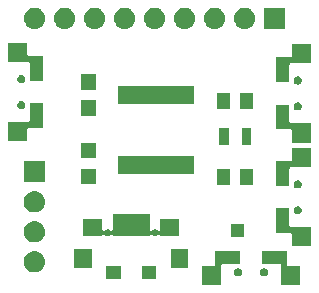
<source format=gbr>
G04 #@! TF.GenerationSoftware,KiCad,Pcbnew,5.0.1*
G04 #@! TF.CreationDate,2019-02-20T13:47:07-06:00*
G04 #@! TF.ProjectId,CH552Devboard,4348353532446576626F6172642E6B69,rev?*
G04 #@! TF.SameCoordinates,Original*
G04 #@! TF.FileFunction,Soldermask,Top*
G04 #@! TF.FilePolarity,Negative*
%FSLAX46Y46*%
G04 Gerber Fmt 4.6, Leading zero omitted, Abs format (unit mm)*
G04 Created by KiCad (PCBNEW 5.0.1) date Wed 20 Feb 2019 01:47:07 PM CST*
%MOMM*%
%LPD*%
G01*
G04 APERTURE LIST*
%ADD10C,0.100000*%
G04 APERTURE END LIST*
D10*
G36*
X179601000Y-120862000D02*
X179603402Y-120886386D01*
X179610515Y-120909835D01*
X179622066Y-120931446D01*
X179637612Y-120950388D01*
X179656554Y-120965934D01*
X179678165Y-120977485D01*
X179701614Y-120984598D01*
X179726000Y-120987000D01*
X180713000Y-120987000D01*
X180713000Y-122613000D01*
X179087000Y-122613000D01*
X179087000Y-120926000D01*
X179084598Y-120901614D01*
X179077485Y-120878165D01*
X179065934Y-120856554D01*
X179050388Y-120837612D01*
X179031446Y-120822066D01*
X179009835Y-120810515D01*
X178986386Y-120803402D01*
X178962000Y-120801000D01*
X177499000Y-120801000D01*
X177499000Y-119699000D01*
X179601000Y-119699000D01*
X179601000Y-120862000D01*
X179601000Y-120862000D01*
G37*
G36*
X175601000Y-120801000D02*
X174138000Y-120801000D01*
X174113614Y-120803402D01*
X174090165Y-120810515D01*
X174068554Y-120822066D01*
X174049612Y-120837612D01*
X174034066Y-120856554D01*
X174022515Y-120878165D01*
X174015402Y-120901614D01*
X174013000Y-120926000D01*
X174013000Y-122613000D01*
X172387000Y-122613000D01*
X172387000Y-120987000D01*
X173374000Y-120987000D01*
X173398386Y-120984598D01*
X173421835Y-120977485D01*
X173443446Y-120965934D01*
X173462388Y-120950388D01*
X173477934Y-120931446D01*
X173489485Y-120909835D01*
X173496598Y-120886386D01*
X173499000Y-120862000D01*
X173499000Y-119699000D01*
X175601000Y-119699000D01*
X175601000Y-120801000D01*
X175601000Y-120801000D01*
G37*
G36*
X168501000Y-122101000D02*
X167299000Y-122101000D01*
X167299000Y-120999000D01*
X168501000Y-120999000D01*
X168501000Y-122101000D01*
X168501000Y-122101000D01*
G37*
G36*
X165501000Y-122101000D02*
X164299000Y-122101000D01*
X164299000Y-120999000D01*
X165501000Y-120999000D01*
X165501000Y-122101000D01*
X165501000Y-122101000D01*
G37*
G36*
X175552383Y-121162489D02*
X175616261Y-121188948D01*
X175673750Y-121227361D01*
X175722639Y-121276250D01*
X175761052Y-121333739D01*
X175787511Y-121397617D01*
X175801000Y-121465430D01*
X175801000Y-121534570D01*
X175787511Y-121602383D01*
X175761052Y-121666261D01*
X175722639Y-121723750D01*
X175673750Y-121772639D01*
X175616261Y-121811052D01*
X175552383Y-121837511D01*
X175484570Y-121851000D01*
X175415430Y-121851000D01*
X175347617Y-121837511D01*
X175283739Y-121811052D01*
X175226250Y-121772639D01*
X175177361Y-121723750D01*
X175138948Y-121666261D01*
X175112489Y-121602383D01*
X175099000Y-121534570D01*
X175099000Y-121465430D01*
X175112489Y-121397617D01*
X175138948Y-121333739D01*
X175177361Y-121276250D01*
X175226250Y-121227361D01*
X175283739Y-121188948D01*
X175347617Y-121162489D01*
X175415430Y-121149000D01*
X175484570Y-121149000D01*
X175552383Y-121162489D01*
X175552383Y-121162489D01*
G37*
G36*
X177752383Y-121162489D02*
X177816261Y-121188948D01*
X177873750Y-121227361D01*
X177922639Y-121276250D01*
X177961052Y-121333739D01*
X177987511Y-121397617D01*
X178001000Y-121465430D01*
X178001000Y-121534570D01*
X177987511Y-121602383D01*
X177961052Y-121666261D01*
X177922639Y-121723750D01*
X177873750Y-121772639D01*
X177816261Y-121811052D01*
X177752383Y-121837511D01*
X177684570Y-121851000D01*
X177615430Y-121851000D01*
X177547617Y-121837511D01*
X177483739Y-121811052D01*
X177426250Y-121772639D01*
X177377361Y-121723750D01*
X177338948Y-121666261D01*
X177312489Y-121602383D01*
X177299000Y-121534570D01*
X177299000Y-121465430D01*
X177312489Y-121397617D01*
X177338948Y-121333739D01*
X177377361Y-121276250D01*
X177426250Y-121227361D01*
X177483739Y-121188948D01*
X177547617Y-121162489D01*
X177615430Y-121149000D01*
X177684570Y-121149000D01*
X177752383Y-121162489D01*
X177752383Y-121162489D01*
G37*
G36*
X158310443Y-119705519D02*
X158376627Y-119712037D01*
X158489853Y-119746384D01*
X158546467Y-119763557D01*
X158685087Y-119837652D01*
X158702991Y-119847222D01*
X158738729Y-119876552D01*
X158840186Y-119959814D01*
X158923448Y-120061271D01*
X158952778Y-120097009D01*
X158952779Y-120097011D01*
X159036443Y-120253533D01*
X159036443Y-120253534D01*
X159087963Y-120423373D01*
X159105359Y-120600000D01*
X159087963Y-120776627D01*
X159077683Y-120810515D01*
X159036443Y-120946467D01*
X159019863Y-120977485D01*
X158952778Y-121102991D01*
X158923448Y-121138729D01*
X158840186Y-121240186D01*
X158738729Y-121323448D01*
X158702991Y-121352778D01*
X158702989Y-121352779D01*
X158546467Y-121436443D01*
X158489853Y-121453616D01*
X158376627Y-121487963D01*
X158310442Y-121494482D01*
X158244260Y-121501000D01*
X158155740Y-121501000D01*
X158089558Y-121494482D01*
X158023373Y-121487963D01*
X157910147Y-121453616D01*
X157853533Y-121436443D01*
X157697011Y-121352779D01*
X157697009Y-121352778D01*
X157661271Y-121323448D01*
X157559814Y-121240186D01*
X157476552Y-121138729D01*
X157447222Y-121102991D01*
X157380137Y-120977485D01*
X157363557Y-120946467D01*
X157322317Y-120810515D01*
X157312037Y-120776627D01*
X157294641Y-120600000D01*
X157312037Y-120423373D01*
X157363557Y-120253534D01*
X157363557Y-120253533D01*
X157447221Y-120097011D01*
X157447222Y-120097009D01*
X157476552Y-120061271D01*
X157559814Y-119959814D01*
X157661271Y-119876552D01*
X157697009Y-119847222D01*
X157714913Y-119837652D01*
X157853533Y-119763557D01*
X157910147Y-119746384D01*
X158023373Y-119712037D01*
X158089557Y-119705519D01*
X158155740Y-119699000D01*
X158244260Y-119699000D01*
X158310443Y-119705519D01*
X158310443Y-119705519D01*
G37*
G36*
X163051000Y-121171000D02*
X161599000Y-121171000D01*
X161599000Y-119569000D01*
X163051000Y-119569000D01*
X163051000Y-121171000D01*
X163051000Y-121171000D01*
G37*
G36*
X171201000Y-121171000D02*
X169749000Y-121171000D01*
X169749000Y-119569000D01*
X171201000Y-119569000D01*
X171201000Y-121171000D01*
X171201000Y-121171000D01*
G37*
G36*
X179801000Y-117562000D02*
X179803402Y-117586386D01*
X179810515Y-117609835D01*
X179822066Y-117631446D01*
X179837612Y-117650388D01*
X179856554Y-117665934D01*
X179878165Y-117677485D01*
X179901614Y-117684598D01*
X179926000Y-117687000D01*
X181613000Y-117687000D01*
X181613000Y-119313000D01*
X179987000Y-119313000D01*
X179987000Y-118326000D01*
X179984598Y-118301614D01*
X179977485Y-118278165D01*
X179965934Y-118256554D01*
X179950388Y-118237612D01*
X179931446Y-118222066D01*
X179909835Y-118210515D01*
X179886386Y-118203402D01*
X179862000Y-118201000D01*
X178699000Y-118201000D01*
X178699000Y-116099000D01*
X179801000Y-116099000D01*
X179801000Y-117562000D01*
X179801000Y-117562000D01*
G37*
G36*
X158310442Y-117165518D02*
X158376627Y-117172037D01*
X158489853Y-117206384D01*
X158546467Y-117223557D01*
X158685087Y-117297652D01*
X158702991Y-117307222D01*
X158738729Y-117336552D01*
X158840186Y-117419814D01*
X158923448Y-117521271D01*
X158952778Y-117557009D01*
X158952779Y-117557011D01*
X159036443Y-117713533D01*
X159036443Y-117713534D01*
X159087963Y-117883373D01*
X159105359Y-118060000D01*
X159087963Y-118236627D01*
X159061301Y-118324521D01*
X159036443Y-118406467D01*
X159018822Y-118439433D01*
X158952778Y-118562991D01*
X158923448Y-118598729D01*
X158840186Y-118700186D01*
X158738729Y-118783448D01*
X158702991Y-118812778D01*
X158702989Y-118812779D01*
X158546467Y-118896443D01*
X158489853Y-118913616D01*
X158376627Y-118947963D01*
X158310443Y-118954481D01*
X158244260Y-118961000D01*
X158155740Y-118961000D01*
X158089557Y-118954481D01*
X158023373Y-118947963D01*
X157910147Y-118913616D01*
X157853533Y-118896443D01*
X157697011Y-118812779D01*
X157697009Y-118812778D01*
X157661271Y-118783448D01*
X157559814Y-118700186D01*
X157476552Y-118598729D01*
X157447222Y-118562991D01*
X157381178Y-118439433D01*
X157363557Y-118406467D01*
X157338699Y-118324521D01*
X157312037Y-118236627D01*
X157294641Y-118060000D01*
X157312037Y-117883373D01*
X157363557Y-117713534D01*
X157363557Y-117713533D01*
X157447221Y-117557011D01*
X157447222Y-117557009D01*
X157476552Y-117521271D01*
X157559814Y-117419814D01*
X157661271Y-117336552D01*
X157697009Y-117307222D01*
X157714913Y-117297652D01*
X157853533Y-117223557D01*
X157910147Y-117206384D01*
X158023373Y-117172037D01*
X158089558Y-117165518D01*
X158155740Y-117159000D01*
X158244260Y-117159000D01*
X158310442Y-117165518D01*
X158310442Y-117165518D01*
G37*
G36*
X175951000Y-118551000D02*
X174849000Y-118551000D01*
X174849000Y-117449000D01*
X175951000Y-117449000D01*
X175951000Y-118551000D01*
X175951000Y-118551000D01*
G37*
G36*
X167951000Y-117871545D02*
X167953402Y-117895931D01*
X167960515Y-117919380D01*
X167972066Y-117940991D01*
X167987612Y-117959933D01*
X168006554Y-117975479D01*
X168028165Y-117987030D01*
X168051614Y-117994143D01*
X168076000Y-117996545D01*
X168100386Y-117994143D01*
X168123835Y-117987030D01*
X168145446Y-117975479D01*
X168164388Y-117959933D01*
X168208121Y-117916200D01*
X168257422Y-117883258D01*
X168312204Y-117860567D01*
X168370353Y-117849000D01*
X168429647Y-117849000D01*
X168487796Y-117860567D01*
X168542578Y-117883258D01*
X168591879Y-117916200D01*
X168635612Y-117959933D01*
X168654554Y-117975479D01*
X168676165Y-117987030D01*
X168699614Y-117994143D01*
X168724000Y-117996545D01*
X168748386Y-117994143D01*
X168771835Y-117987030D01*
X168793446Y-117975479D01*
X168812388Y-117959933D01*
X168827934Y-117940991D01*
X168839485Y-117919380D01*
X168846598Y-117895931D01*
X168849000Y-117871545D01*
X168849000Y-116949000D01*
X170451000Y-116949000D01*
X170451000Y-118451000D01*
X168849000Y-118451000D01*
X168849000Y-118428455D01*
X168846598Y-118404069D01*
X168839485Y-118380620D01*
X168827934Y-118359009D01*
X168812388Y-118340067D01*
X168793446Y-118324521D01*
X168771835Y-118312970D01*
X168748386Y-118305857D01*
X168724000Y-118303455D01*
X168699614Y-118305857D01*
X168676165Y-118312970D01*
X168654554Y-118324521D01*
X168635612Y-118340067D01*
X168591879Y-118383800D01*
X168542578Y-118416742D01*
X168487796Y-118439433D01*
X168429647Y-118451000D01*
X168370353Y-118451000D01*
X168312204Y-118439433D01*
X168257422Y-118416742D01*
X168208121Y-118383800D01*
X168164388Y-118340067D01*
X168145446Y-118324521D01*
X168123835Y-118312970D01*
X168100386Y-118305857D01*
X168076000Y-118303455D01*
X168051614Y-118305857D01*
X168028165Y-118312970D01*
X168006554Y-118324521D01*
X167987612Y-118340067D01*
X167972066Y-118359009D01*
X167960515Y-118380620D01*
X167953402Y-118404069D01*
X167951000Y-118428455D01*
X167951000Y-118451000D01*
X164849000Y-118451000D01*
X164849000Y-118428455D01*
X164846598Y-118404069D01*
X164839485Y-118380620D01*
X164827934Y-118359009D01*
X164812388Y-118340067D01*
X164793446Y-118324521D01*
X164771835Y-118312970D01*
X164748386Y-118305857D01*
X164724000Y-118303455D01*
X164699614Y-118305857D01*
X164676165Y-118312970D01*
X164654554Y-118324521D01*
X164635612Y-118340067D01*
X164591879Y-118383800D01*
X164542578Y-118416742D01*
X164487796Y-118439433D01*
X164429647Y-118451000D01*
X164370353Y-118451000D01*
X164312204Y-118439433D01*
X164257422Y-118416742D01*
X164208121Y-118383800D01*
X164164388Y-118340067D01*
X164145446Y-118324521D01*
X164123835Y-118312970D01*
X164100386Y-118305857D01*
X164076000Y-118303455D01*
X164051614Y-118305857D01*
X164028165Y-118312970D01*
X164006554Y-118324521D01*
X163987612Y-118340067D01*
X163972066Y-118359009D01*
X163960515Y-118380620D01*
X163953402Y-118404069D01*
X163951000Y-118428455D01*
X163951000Y-118451000D01*
X162349000Y-118451000D01*
X162349000Y-116949000D01*
X163951000Y-116949000D01*
X163951000Y-117871545D01*
X163953402Y-117895931D01*
X163960515Y-117919380D01*
X163972066Y-117940991D01*
X163987612Y-117959933D01*
X164006554Y-117975479D01*
X164028165Y-117987030D01*
X164051614Y-117994143D01*
X164076000Y-117996545D01*
X164100386Y-117994143D01*
X164123835Y-117987030D01*
X164145446Y-117975479D01*
X164164388Y-117959933D01*
X164208121Y-117916200D01*
X164257422Y-117883258D01*
X164312204Y-117860567D01*
X164370353Y-117849000D01*
X164429647Y-117849000D01*
X164487796Y-117860567D01*
X164542578Y-117883258D01*
X164591879Y-117916200D01*
X164635612Y-117959933D01*
X164654554Y-117975479D01*
X164676165Y-117987030D01*
X164699614Y-117994143D01*
X164724000Y-117996545D01*
X164748386Y-117994143D01*
X164771835Y-117987030D01*
X164793446Y-117975479D01*
X164812388Y-117959933D01*
X164827934Y-117940991D01*
X164839485Y-117919380D01*
X164846598Y-117895931D01*
X164849000Y-117871545D01*
X164849000Y-116549000D01*
X167951000Y-116549000D01*
X167951000Y-117871545D01*
X167951000Y-117871545D01*
G37*
G36*
X180602383Y-115912489D02*
X180666261Y-115938948D01*
X180723750Y-115977361D01*
X180772639Y-116026250D01*
X180811052Y-116083739D01*
X180837511Y-116147617D01*
X180851000Y-116215430D01*
X180851000Y-116284570D01*
X180837511Y-116352383D01*
X180811052Y-116416261D01*
X180772639Y-116473750D01*
X180723750Y-116522639D01*
X180684298Y-116549000D01*
X180666261Y-116561052D01*
X180602383Y-116587511D01*
X180534570Y-116601000D01*
X180465430Y-116601000D01*
X180397617Y-116587511D01*
X180333739Y-116561052D01*
X180315702Y-116549000D01*
X180276250Y-116522639D01*
X180227361Y-116473750D01*
X180188948Y-116416261D01*
X180162489Y-116352383D01*
X180149000Y-116284570D01*
X180149000Y-116215430D01*
X180162489Y-116147617D01*
X180188948Y-116083739D01*
X180227361Y-116026250D01*
X180276250Y-115977361D01*
X180333739Y-115938948D01*
X180397617Y-115912489D01*
X180465430Y-115899000D01*
X180534570Y-115899000D01*
X180602383Y-115912489D01*
X180602383Y-115912489D01*
G37*
G36*
X158310442Y-114625518D02*
X158376627Y-114632037D01*
X158489853Y-114666384D01*
X158546467Y-114683557D01*
X158685087Y-114757652D01*
X158702991Y-114767222D01*
X158738729Y-114796552D01*
X158840186Y-114879814D01*
X158923448Y-114981271D01*
X158952778Y-115017009D01*
X158952779Y-115017011D01*
X159036443Y-115173533D01*
X159036443Y-115173534D01*
X159087963Y-115343373D01*
X159105359Y-115520000D01*
X159087963Y-115696627D01*
X159053616Y-115809853D01*
X159036443Y-115866467D01*
X158977168Y-115977361D01*
X158952778Y-116022991D01*
X158923448Y-116058729D01*
X158840186Y-116160186D01*
X158738729Y-116243448D01*
X158702991Y-116272778D01*
X158702989Y-116272779D01*
X158546467Y-116356443D01*
X158489853Y-116373616D01*
X158376627Y-116407963D01*
X158310442Y-116414482D01*
X158244260Y-116421000D01*
X158155740Y-116421000D01*
X158089558Y-116414482D01*
X158023373Y-116407963D01*
X157910147Y-116373616D01*
X157853533Y-116356443D01*
X157697011Y-116272779D01*
X157697009Y-116272778D01*
X157661271Y-116243448D01*
X157559814Y-116160186D01*
X157476552Y-116058729D01*
X157447222Y-116022991D01*
X157422832Y-115977361D01*
X157363557Y-115866467D01*
X157346384Y-115809853D01*
X157312037Y-115696627D01*
X157294641Y-115520000D01*
X157312037Y-115343373D01*
X157363557Y-115173534D01*
X157363557Y-115173533D01*
X157447221Y-115017011D01*
X157447222Y-115017009D01*
X157476552Y-114981271D01*
X157559814Y-114879814D01*
X157661271Y-114796552D01*
X157697009Y-114767222D01*
X157714913Y-114757652D01*
X157853533Y-114683557D01*
X157910147Y-114666384D01*
X158023373Y-114632037D01*
X158089558Y-114625518D01*
X158155740Y-114619000D01*
X158244260Y-114619000D01*
X158310442Y-114625518D01*
X158310442Y-114625518D01*
G37*
G36*
X180602383Y-113712489D02*
X180666261Y-113738948D01*
X180723750Y-113777361D01*
X180772639Y-113826250D01*
X180811052Y-113883739D01*
X180837511Y-113947617D01*
X180851000Y-114015430D01*
X180851000Y-114084570D01*
X180837511Y-114152383D01*
X180811052Y-114216261D01*
X180772639Y-114273750D01*
X180723750Y-114322639D01*
X180666261Y-114361052D01*
X180602383Y-114387511D01*
X180534570Y-114401000D01*
X180465430Y-114401000D01*
X180397617Y-114387511D01*
X180333739Y-114361052D01*
X180276250Y-114322639D01*
X180227361Y-114273750D01*
X180188948Y-114216261D01*
X180162489Y-114152383D01*
X180149000Y-114084570D01*
X180149000Y-114015430D01*
X180162489Y-113947617D01*
X180188948Y-113883739D01*
X180227361Y-113826250D01*
X180276250Y-113777361D01*
X180333739Y-113738948D01*
X180397617Y-113712489D01*
X180465430Y-113699000D01*
X180534570Y-113699000D01*
X180602383Y-113712489D01*
X180602383Y-113712489D01*
G37*
G36*
X181613000Y-112613000D02*
X179926000Y-112613000D01*
X179901614Y-112615402D01*
X179878165Y-112622515D01*
X179856554Y-112634066D01*
X179837612Y-112649612D01*
X179822066Y-112668554D01*
X179810515Y-112690165D01*
X179803402Y-112713614D01*
X179801000Y-112738000D01*
X179801000Y-114201000D01*
X178699000Y-114201000D01*
X178699000Y-112099000D01*
X179862000Y-112099000D01*
X179886386Y-112096598D01*
X179909835Y-112089485D01*
X179931446Y-112077934D01*
X179950388Y-112062388D01*
X179965934Y-112043446D01*
X179977485Y-112021835D01*
X179984598Y-111998386D01*
X179987000Y-111974000D01*
X179987000Y-110987000D01*
X181613000Y-110987000D01*
X181613000Y-112613000D01*
X181613000Y-112613000D01*
G37*
G36*
X176751000Y-114076000D02*
X175649000Y-114076000D01*
X175649000Y-112724000D01*
X176751000Y-112724000D01*
X176751000Y-114076000D01*
X176751000Y-114076000D01*
G37*
G36*
X174751000Y-114076000D02*
X173649000Y-114076000D01*
X173649000Y-112724000D01*
X174751000Y-112724000D01*
X174751000Y-114076000D01*
X174751000Y-114076000D01*
G37*
G36*
X163451000Y-114051000D02*
X162149000Y-114051000D01*
X162149000Y-112749000D01*
X163451000Y-112749000D01*
X163451000Y-114051000D01*
X163451000Y-114051000D01*
G37*
G36*
X159101000Y-113881000D02*
X157299000Y-113881000D01*
X157299000Y-112079000D01*
X159101000Y-112079000D01*
X159101000Y-113881000D01*
X159101000Y-113881000D01*
G37*
G36*
X171726000Y-113176000D02*
X165324000Y-113176000D01*
X165324000Y-111624000D01*
X171726000Y-111624000D01*
X171726000Y-113176000D01*
X171726000Y-113176000D01*
G37*
G36*
X163451000Y-111851000D02*
X162149000Y-111851000D01*
X162149000Y-110549000D01*
X163451000Y-110549000D01*
X163451000Y-111851000D01*
X163451000Y-111851000D01*
G37*
G36*
X176551000Y-110701000D02*
X175749000Y-110701000D01*
X175749000Y-109299000D01*
X176551000Y-109299000D01*
X176551000Y-110701000D01*
X176551000Y-110701000D01*
G37*
G36*
X174651000Y-110701000D02*
X173849000Y-110701000D01*
X173849000Y-109299000D01*
X174651000Y-109299000D01*
X174651000Y-110701000D01*
X174651000Y-110701000D01*
G37*
G36*
X179801000Y-108762000D02*
X179803402Y-108786386D01*
X179810515Y-108809835D01*
X179822066Y-108831446D01*
X179837612Y-108850388D01*
X179856554Y-108865934D01*
X179878165Y-108877485D01*
X179901614Y-108884598D01*
X179926000Y-108887000D01*
X181613000Y-108887000D01*
X181613000Y-110513000D01*
X179987000Y-110513000D01*
X179987000Y-109526000D01*
X179984598Y-109501614D01*
X179977485Y-109478165D01*
X179965934Y-109456554D01*
X179950388Y-109437612D01*
X179931446Y-109422066D01*
X179909835Y-109410515D01*
X179886386Y-109403402D01*
X179862000Y-109401000D01*
X178699000Y-109401000D01*
X178699000Y-107299000D01*
X179801000Y-107299000D01*
X179801000Y-108762000D01*
X179801000Y-108762000D01*
G37*
G36*
X158901000Y-109301000D02*
X157738000Y-109301000D01*
X157713614Y-109303402D01*
X157690165Y-109310515D01*
X157668554Y-109322066D01*
X157649612Y-109337612D01*
X157634066Y-109356554D01*
X157622515Y-109378165D01*
X157615402Y-109401614D01*
X157613000Y-109426000D01*
X157613000Y-110413000D01*
X155987000Y-110413000D01*
X155987000Y-108787000D01*
X157674000Y-108787000D01*
X157698386Y-108784598D01*
X157721835Y-108777485D01*
X157743446Y-108765934D01*
X157762388Y-108750388D01*
X157777934Y-108731446D01*
X157789485Y-108709835D01*
X157796598Y-108686386D01*
X157799000Y-108662000D01*
X157799000Y-107199000D01*
X158901000Y-107199000D01*
X158901000Y-109301000D01*
X158901000Y-109301000D01*
G37*
G36*
X163451000Y-108251000D02*
X162149000Y-108251000D01*
X162149000Y-106949000D01*
X163451000Y-106949000D01*
X163451000Y-108251000D01*
X163451000Y-108251000D01*
G37*
G36*
X180602383Y-107112489D02*
X180666261Y-107138948D01*
X180723750Y-107177361D01*
X180772639Y-107226250D01*
X180811052Y-107283739D01*
X180837511Y-107347617D01*
X180851000Y-107415430D01*
X180851000Y-107484570D01*
X180837511Y-107552383D01*
X180811052Y-107616261D01*
X180772639Y-107673750D01*
X180723750Y-107722639D01*
X180666261Y-107761052D01*
X180602383Y-107787511D01*
X180534570Y-107801000D01*
X180465430Y-107801000D01*
X180397617Y-107787511D01*
X180333739Y-107761052D01*
X180276250Y-107722639D01*
X180227361Y-107673750D01*
X180188948Y-107616261D01*
X180162489Y-107552383D01*
X180149000Y-107484570D01*
X180149000Y-107415430D01*
X180162489Y-107347617D01*
X180188948Y-107283739D01*
X180227361Y-107226250D01*
X180276250Y-107177361D01*
X180333739Y-107138948D01*
X180397617Y-107112489D01*
X180465430Y-107099000D01*
X180534570Y-107099000D01*
X180602383Y-107112489D01*
X180602383Y-107112489D01*
G37*
G36*
X157202383Y-107012489D02*
X157266261Y-107038948D01*
X157323750Y-107077361D01*
X157372639Y-107126250D01*
X157411052Y-107183739D01*
X157437511Y-107247617D01*
X157451000Y-107315430D01*
X157451000Y-107384570D01*
X157437511Y-107452383D01*
X157411052Y-107516261D01*
X157372639Y-107573750D01*
X157323750Y-107622639D01*
X157266261Y-107661052D01*
X157202383Y-107687511D01*
X157134570Y-107701000D01*
X157065430Y-107701000D01*
X156997617Y-107687511D01*
X156933739Y-107661052D01*
X156876250Y-107622639D01*
X156827361Y-107573750D01*
X156788948Y-107516261D01*
X156762489Y-107452383D01*
X156749000Y-107384570D01*
X156749000Y-107315430D01*
X156762489Y-107247617D01*
X156788948Y-107183739D01*
X156827361Y-107126250D01*
X156876250Y-107077361D01*
X156933739Y-107038948D01*
X156997617Y-107012489D01*
X157065430Y-106999000D01*
X157134570Y-106999000D01*
X157202383Y-107012489D01*
X157202383Y-107012489D01*
G37*
G36*
X174751000Y-107676000D02*
X173649000Y-107676000D01*
X173649000Y-106324000D01*
X174751000Y-106324000D01*
X174751000Y-107676000D01*
X174751000Y-107676000D01*
G37*
G36*
X176751000Y-107676000D02*
X175649000Y-107676000D01*
X175649000Y-106324000D01*
X176751000Y-106324000D01*
X176751000Y-107676000D01*
X176751000Y-107676000D01*
G37*
G36*
X171726000Y-107276000D02*
X165324000Y-107276000D01*
X165324000Y-105724000D01*
X171726000Y-105724000D01*
X171726000Y-107276000D01*
X171726000Y-107276000D01*
G37*
G36*
X163451000Y-106051000D02*
X162149000Y-106051000D01*
X162149000Y-104749000D01*
X163451000Y-104749000D01*
X163451000Y-106051000D01*
X163451000Y-106051000D01*
G37*
G36*
X180602383Y-104912489D02*
X180666261Y-104938948D01*
X180723750Y-104977361D01*
X180772639Y-105026250D01*
X180811052Y-105083739D01*
X180837511Y-105147617D01*
X180851000Y-105215430D01*
X180851000Y-105284570D01*
X180837511Y-105352383D01*
X180811052Y-105416261D01*
X180772639Y-105473750D01*
X180723750Y-105522639D01*
X180666261Y-105561052D01*
X180602383Y-105587511D01*
X180534570Y-105601000D01*
X180465430Y-105601000D01*
X180397617Y-105587511D01*
X180333739Y-105561052D01*
X180276250Y-105522639D01*
X180227361Y-105473750D01*
X180188948Y-105416261D01*
X180162489Y-105352383D01*
X180149000Y-105284570D01*
X180149000Y-105215430D01*
X180162489Y-105147617D01*
X180188948Y-105083739D01*
X180227361Y-105026250D01*
X180276250Y-104977361D01*
X180333739Y-104938948D01*
X180397617Y-104912489D01*
X180465430Y-104899000D01*
X180534570Y-104899000D01*
X180602383Y-104912489D01*
X180602383Y-104912489D01*
G37*
G36*
X157202383Y-104812489D02*
X157266261Y-104838948D01*
X157323750Y-104877361D01*
X157372639Y-104926250D01*
X157411052Y-104983739D01*
X157437511Y-105047617D01*
X157451000Y-105115430D01*
X157451000Y-105184570D01*
X157437511Y-105252383D01*
X157411052Y-105316261D01*
X157372639Y-105373750D01*
X157323750Y-105422639D01*
X157266261Y-105461052D01*
X157202383Y-105487511D01*
X157134570Y-105501000D01*
X157065430Y-105501000D01*
X156997617Y-105487511D01*
X156933739Y-105461052D01*
X156876250Y-105422639D01*
X156827361Y-105373750D01*
X156788948Y-105316261D01*
X156762489Y-105252383D01*
X156749000Y-105184570D01*
X156749000Y-105115430D01*
X156762489Y-105047617D01*
X156788948Y-104983739D01*
X156827361Y-104926250D01*
X156876250Y-104877361D01*
X156933739Y-104838948D01*
X156997617Y-104812489D01*
X157065430Y-104799000D01*
X157134570Y-104799000D01*
X157202383Y-104812489D01*
X157202383Y-104812489D01*
G37*
G36*
X181613000Y-103813000D02*
X179926000Y-103813000D01*
X179901614Y-103815402D01*
X179878165Y-103822515D01*
X179856554Y-103834066D01*
X179837612Y-103849612D01*
X179822066Y-103868554D01*
X179810515Y-103890165D01*
X179803402Y-103913614D01*
X179801000Y-103938000D01*
X179801000Y-105401000D01*
X178699000Y-105401000D01*
X178699000Y-103299000D01*
X179862000Y-103299000D01*
X179886386Y-103296598D01*
X179909835Y-103289485D01*
X179931446Y-103277934D01*
X179950388Y-103262388D01*
X179965934Y-103243446D01*
X179977485Y-103221835D01*
X179984598Y-103198386D01*
X179987000Y-103174000D01*
X179987000Y-102187000D01*
X181613000Y-102187000D01*
X181613000Y-103813000D01*
X181613000Y-103813000D01*
G37*
G36*
X157613000Y-103074000D02*
X157615402Y-103098386D01*
X157622515Y-103121835D01*
X157634066Y-103143446D01*
X157649612Y-103162388D01*
X157668554Y-103177934D01*
X157690165Y-103189485D01*
X157713614Y-103196598D01*
X157738000Y-103199000D01*
X158901000Y-103199000D01*
X158901000Y-105301000D01*
X157799000Y-105301000D01*
X157799000Y-103838000D01*
X157796598Y-103813614D01*
X157789485Y-103790165D01*
X157777934Y-103768554D01*
X157762388Y-103749612D01*
X157743446Y-103734066D01*
X157721835Y-103722515D01*
X157698386Y-103715402D01*
X157674000Y-103713000D01*
X155987000Y-103713000D01*
X155987000Y-102087000D01*
X157613000Y-102087000D01*
X157613000Y-103074000D01*
X157613000Y-103074000D01*
G37*
G36*
X158330442Y-99105518D02*
X158396627Y-99112037D01*
X158509853Y-99146384D01*
X158566467Y-99163557D01*
X158705087Y-99237652D01*
X158722991Y-99247222D01*
X158758729Y-99276552D01*
X158860186Y-99359814D01*
X158943448Y-99461271D01*
X158972778Y-99497009D01*
X158972779Y-99497011D01*
X159056443Y-99653533D01*
X159056443Y-99653534D01*
X159107963Y-99823373D01*
X159125359Y-100000000D01*
X159107963Y-100176627D01*
X159073616Y-100289853D01*
X159056443Y-100346467D01*
X158982348Y-100485087D01*
X158972778Y-100502991D01*
X158943448Y-100538729D01*
X158860186Y-100640186D01*
X158758729Y-100723448D01*
X158722991Y-100752778D01*
X158722989Y-100752779D01*
X158566467Y-100836443D01*
X158509853Y-100853616D01*
X158396627Y-100887963D01*
X158330443Y-100894481D01*
X158264260Y-100901000D01*
X158175740Y-100901000D01*
X158109557Y-100894481D01*
X158043373Y-100887963D01*
X157930147Y-100853616D01*
X157873533Y-100836443D01*
X157717011Y-100752779D01*
X157717009Y-100752778D01*
X157681271Y-100723448D01*
X157579814Y-100640186D01*
X157496552Y-100538729D01*
X157467222Y-100502991D01*
X157457652Y-100485087D01*
X157383557Y-100346467D01*
X157366384Y-100289853D01*
X157332037Y-100176627D01*
X157314641Y-100000000D01*
X157332037Y-99823373D01*
X157383557Y-99653534D01*
X157383557Y-99653533D01*
X157467221Y-99497011D01*
X157467222Y-99497009D01*
X157496552Y-99461271D01*
X157579814Y-99359814D01*
X157681271Y-99276552D01*
X157717009Y-99247222D01*
X157734913Y-99237652D01*
X157873533Y-99163557D01*
X157930147Y-99146384D01*
X158043373Y-99112037D01*
X158109558Y-99105518D01*
X158175740Y-99099000D01*
X158264260Y-99099000D01*
X158330442Y-99105518D01*
X158330442Y-99105518D01*
G37*
G36*
X160870442Y-99105518D02*
X160936627Y-99112037D01*
X161049853Y-99146384D01*
X161106467Y-99163557D01*
X161245087Y-99237652D01*
X161262991Y-99247222D01*
X161298729Y-99276552D01*
X161400186Y-99359814D01*
X161483448Y-99461271D01*
X161512778Y-99497009D01*
X161512779Y-99497011D01*
X161596443Y-99653533D01*
X161596443Y-99653534D01*
X161647963Y-99823373D01*
X161665359Y-100000000D01*
X161647963Y-100176627D01*
X161613616Y-100289853D01*
X161596443Y-100346467D01*
X161522348Y-100485087D01*
X161512778Y-100502991D01*
X161483448Y-100538729D01*
X161400186Y-100640186D01*
X161298729Y-100723448D01*
X161262991Y-100752778D01*
X161262989Y-100752779D01*
X161106467Y-100836443D01*
X161049853Y-100853616D01*
X160936627Y-100887963D01*
X160870443Y-100894481D01*
X160804260Y-100901000D01*
X160715740Y-100901000D01*
X160649557Y-100894481D01*
X160583373Y-100887963D01*
X160470147Y-100853616D01*
X160413533Y-100836443D01*
X160257011Y-100752779D01*
X160257009Y-100752778D01*
X160221271Y-100723448D01*
X160119814Y-100640186D01*
X160036552Y-100538729D01*
X160007222Y-100502991D01*
X159997652Y-100485087D01*
X159923557Y-100346467D01*
X159906384Y-100289853D01*
X159872037Y-100176627D01*
X159854641Y-100000000D01*
X159872037Y-99823373D01*
X159923557Y-99653534D01*
X159923557Y-99653533D01*
X160007221Y-99497011D01*
X160007222Y-99497009D01*
X160036552Y-99461271D01*
X160119814Y-99359814D01*
X160221271Y-99276552D01*
X160257009Y-99247222D01*
X160274913Y-99237652D01*
X160413533Y-99163557D01*
X160470147Y-99146384D01*
X160583373Y-99112037D01*
X160649558Y-99105518D01*
X160715740Y-99099000D01*
X160804260Y-99099000D01*
X160870442Y-99105518D01*
X160870442Y-99105518D01*
G37*
G36*
X163410442Y-99105518D02*
X163476627Y-99112037D01*
X163589853Y-99146384D01*
X163646467Y-99163557D01*
X163785087Y-99237652D01*
X163802991Y-99247222D01*
X163838729Y-99276552D01*
X163940186Y-99359814D01*
X164023448Y-99461271D01*
X164052778Y-99497009D01*
X164052779Y-99497011D01*
X164136443Y-99653533D01*
X164136443Y-99653534D01*
X164187963Y-99823373D01*
X164205359Y-100000000D01*
X164187963Y-100176627D01*
X164153616Y-100289853D01*
X164136443Y-100346467D01*
X164062348Y-100485087D01*
X164052778Y-100502991D01*
X164023448Y-100538729D01*
X163940186Y-100640186D01*
X163838729Y-100723448D01*
X163802991Y-100752778D01*
X163802989Y-100752779D01*
X163646467Y-100836443D01*
X163589853Y-100853616D01*
X163476627Y-100887963D01*
X163410443Y-100894481D01*
X163344260Y-100901000D01*
X163255740Y-100901000D01*
X163189557Y-100894481D01*
X163123373Y-100887963D01*
X163010147Y-100853616D01*
X162953533Y-100836443D01*
X162797011Y-100752779D01*
X162797009Y-100752778D01*
X162761271Y-100723448D01*
X162659814Y-100640186D01*
X162576552Y-100538729D01*
X162547222Y-100502991D01*
X162537652Y-100485087D01*
X162463557Y-100346467D01*
X162446384Y-100289853D01*
X162412037Y-100176627D01*
X162394641Y-100000000D01*
X162412037Y-99823373D01*
X162463557Y-99653534D01*
X162463557Y-99653533D01*
X162547221Y-99497011D01*
X162547222Y-99497009D01*
X162576552Y-99461271D01*
X162659814Y-99359814D01*
X162761271Y-99276552D01*
X162797009Y-99247222D01*
X162814913Y-99237652D01*
X162953533Y-99163557D01*
X163010147Y-99146384D01*
X163123373Y-99112037D01*
X163189558Y-99105518D01*
X163255740Y-99099000D01*
X163344260Y-99099000D01*
X163410442Y-99105518D01*
X163410442Y-99105518D01*
G37*
G36*
X165950442Y-99105518D02*
X166016627Y-99112037D01*
X166129853Y-99146384D01*
X166186467Y-99163557D01*
X166325087Y-99237652D01*
X166342991Y-99247222D01*
X166378729Y-99276552D01*
X166480186Y-99359814D01*
X166563448Y-99461271D01*
X166592778Y-99497009D01*
X166592779Y-99497011D01*
X166676443Y-99653533D01*
X166676443Y-99653534D01*
X166727963Y-99823373D01*
X166745359Y-100000000D01*
X166727963Y-100176627D01*
X166693616Y-100289853D01*
X166676443Y-100346467D01*
X166602348Y-100485087D01*
X166592778Y-100502991D01*
X166563448Y-100538729D01*
X166480186Y-100640186D01*
X166378729Y-100723448D01*
X166342991Y-100752778D01*
X166342989Y-100752779D01*
X166186467Y-100836443D01*
X166129853Y-100853616D01*
X166016627Y-100887963D01*
X165950443Y-100894481D01*
X165884260Y-100901000D01*
X165795740Y-100901000D01*
X165729557Y-100894481D01*
X165663373Y-100887963D01*
X165550147Y-100853616D01*
X165493533Y-100836443D01*
X165337011Y-100752779D01*
X165337009Y-100752778D01*
X165301271Y-100723448D01*
X165199814Y-100640186D01*
X165116552Y-100538729D01*
X165087222Y-100502991D01*
X165077652Y-100485087D01*
X165003557Y-100346467D01*
X164986384Y-100289853D01*
X164952037Y-100176627D01*
X164934641Y-100000000D01*
X164952037Y-99823373D01*
X165003557Y-99653534D01*
X165003557Y-99653533D01*
X165087221Y-99497011D01*
X165087222Y-99497009D01*
X165116552Y-99461271D01*
X165199814Y-99359814D01*
X165301271Y-99276552D01*
X165337009Y-99247222D01*
X165354913Y-99237652D01*
X165493533Y-99163557D01*
X165550147Y-99146384D01*
X165663373Y-99112037D01*
X165729558Y-99105518D01*
X165795740Y-99099000D01*
X165884260Y-99099000D01*
X165950442Y-99105518D01*
X165950442Y-99105518D01*
G37*
G36*
X168490442Y-99105518D02*
X168556627Y-99112037D01*
X168669853Y-99146384D01*
X168726467Y-99163557D01*
X168865087Y-99237652D01*
X168882991Y-99247222D01*
X168918729Y-99276552D01*
X169020186Y-99359814D01*
X169103448Y-99461271D01*
X169132778Y-99497009D01*
X169132779Y-99497011D01*
X169216443Y-99653533D01*
X169216443Y-99653534D01*
X169267963Y-99823373D01*
X169285359Y-100000000D01*
X169267963Y-100176627D01*
X169233616Y-100289853D01*
X169216443Y-100346467D01*
X169142348Y-100485087D01*
X169132778Y-100502991D01*
X169103448Y-100538729D01*
X169020186Y-100640186D01*
X168918729Y-100723448D01*
X168882991Y-100752778D01*
X168882989Y-100752779D01*
X168726467Y-100836443D01*
X168669853Y-100853616D01*
X168556627Y-100887963D01*
X168490443Y-100894481D01*
X168424260Y-100901000D01*
X168335740Y-100901000D01*
X168269557Y-100894481D01*
X168203373Y-100887963D01*
X168090147Y-100853616D01*
X168033533Y-100836443D01*
X167877011Y-100752779D01*
X167877009Y-100752778D01*
X167841271Y-100723448D01*
X167739814Y-100640186D01*
X167656552Y-100538729D01*
X167627222Y-100502991D01*
X167617652Y-100485087D01*
X167543557Y-100346467D01*
X167526384Y-100289853D01*
X167492037Y-100176627D01*
X167474641Y-100000000D01*
X167492037Y-99823373D01*
X167543557Y-99653534D01*
X167543557Y-99653533D01*
X167627221Y-99497011D01*
X167627222Y-99497009D01*
X167656552Y-99461271D01*
X167739814Y-99359814D01*
X167841271Y-99276552D01*
X167877009Y-99247222D01*
X167894913Y-99237652D01*
X168033533Y-99163557D01*
X168090147Y-99146384D01*
X168203373Y-99112037D01*
X168269558Y-99105518D01*
X168335740Y-99099000D01*
X168424260Y-99099000D01*
X168490442Y-99105518D01*
X168490442Y-99105518D01*
G37*
G36*
X171030442Y-99105518D02*
X171096627Y-99112037D01*
X171209853Y-99146384D01*
X171266467Y-99163557D01*
X171405087Y-99237652D01*
X171422991Y-99247222D01*
X171458729Y-99276552D01*
X171560186Y-99359814D01*
X171643448Y-99461271D01*
X171672778Y-99497009D01*
X171672779Y-99497011D01*
X171756443Y-99653533D01*
X171756443Y-99653534D01*
X171807963Y-99823373D01*
X171825359Y-100000000D01*
X171807963Y-100176627D01*
X171773616Y-100289853D01*
X171756443Y-100346467D01*
X171682348Y-100485087D01*
X171672778Y-100502991D01*
X171643448Y-100538729D01*
X171560186Y-100640186D01*
X171458729Y-100723448D01*
X171422991Y-100752778D01*
X171422989Y-100752779D01*
X171266467Y-100836443D01*
X171209853Y-100853616D01*
X171096627Y-100887963D01*
X171030443Y-100894481D01*
X170964260Y-100901000D01*
X170875740Y-100901000D01*
X170809557Y-100894481D01*
X170743373Y-100887963D01*
X170630147Y-100853616D01*
X170573533Y-100836443D01*
X170417011Y-100752779D01*
X170417009Y-100752778D01*
X170381271Y-100723448D01*
X170279814Y-100640186D01*
X170196552Y-100538729D01*
X170167222Y-100502991D01*
X170157652Y-100485087D01*
X170083557Y-100346467D01*
X170066384Y-100289853D01*
X170032037Y-100176627D01*
X170014641Y-100000000D01*
X170032037Y-99823373D01*
X170083557Y-99653534D01*
X170083557Y-99653533D01*
X170167221Y-99497011D01*
X170167222Y-99497009D01*
X170196552Y-99461271D01*
X170279814Y-99359814D01*
X170381271Y-99276552D01*
X170417009Y-99247222D01*
X170434913Y-99237652D01*
X170573533Y-99163557D01*
X170630147Y-99146384D01*
X170743373Y-99112037D01*
X170809558Y-99105518D01*
X170875740Y-99099000D01*
X170964260Y-99099000D01*
X171030442Y-99105518D01*
X171030442Y-99105518D01*
G37*
G36*
X173570442Y-99105518D02*
X173636627Y-99112037D01*
X173749853Y-99146384D01*
X173806467Y-99163557D01*
X173945087Y-99237652D01*
X173962991Y-99247222D01*
X173998729Y-99276552D01*
X174100186Y-99359814D01*
X174183448Y-99461271D01*
X174212778Y-99497009D01*
X174212779Y-99497011D01*
X174296443Y-99653533D01*
X174296443Y-99653534D01*
X174347963Y-99823373D01*
X174365359Y-100000000D01*
X174347963Y-100176627D01*
X174313616Y-100289853D01*
X174296443Y-100346467D01*
X174222348Y-100485087D01*
X174212778Y-100502991D01*
X174183448Y-100538729D01*
X174100186Y-100640186D01*
X173998729Y-100723448D01*
X173962991Y-100752778D01*
X173962989Y-100752779D01*
X173806467Y-100836443D01*
X173749853Y-100853616D01*
X173636627Y-100887963D01*
X173570443Y-100894481D01*
X173504260Y-100901000D01*
X173415740Y-100901000D01*
X173349557Y-100894481D01*
X173283373Y-100887963D01*
X173170147Y-100853616D01*
X173113533Y-100836443D01*
X172957011Y-100752779D01*
X172957009Y-100752778D01*
X172921271Y-100723448D01*
X172819814Y-100640186D01*
X172736552Y-100538729D01*
X172707222Y-100502991D01*
X172697652Y-100485087D01*
X172623557Y-100346467D01*
X172606384Y-100289853D01*
X172572037Y-100176627D01*
X172554641Y-100000000D01*
X172572037Y-99823373D01*
X172623557Y-99653534D01*
X172623557Y-99653533D01*
X172707221Y-99497011D01*
X172707222Y-99497009D01*
X172736552Y-99461271D01*
X172819814Y-99359814D01*
X172921271Y-99276552D01*
X172957009Y-99247222D01*
X172974913Y-99237652D01*
X173113533Y-99163557D01*
X173170147Y-99146384D01*
X173283373Y-99112037D01*
X173349558Y-99105518D01*
X173415740Y-99099000D01*
X173504260Y-99099000D01*
X173570442Y-99105518D01*
X173570442Y-99105518D01*
G37*
G36*
X176110442Y-99105518D02*
X176176627Y-99112037D01*
X176289853Y-99146384D01*
X176346467Y-99163557D01*
X176485087Y-99237652D01*
X176502991Y-99247222D01*
X176538729Y-99276552D01*
X176640186Y-99359814D01*
X176723448Y-99461271D01*
X176752778Y-99497009D01*
X176752779Y-99497011D01*
X176836443Y-99653533D01*
X176836443Y-99653534D01*
X176887963Y-99823373D01*
X176905359Y-100000000D01*
X176887963Y-100176627D01*
X176853616Y-100289853D01*
X176836443Y-100346467D01*
X176762348Y-100485087D01*
X176752778Y-100502991D01*
X176723448Y-100538729D01*
X176640186Y-100640186D01*
X176538729Y-100723448D01*
X176502991Y-100752778D01*
X176502989Y-100752779D01*
X176346467Y-100836443D01*
X176289853Y-100853616D01*
X176176627Y-100887963D01*
X176110443Y-100894481D01*
X176044260Y-100901000D01*
X175955740Y-100901000D01*
X175889557Y-100894481D01*
X175823373Y-100887963D01*
X175710147Y-100853616D01*
X175653533Y-100836443D01*
X175497011Y-100752779D01*
X175497009Y-100752778D01*
X175461271Y-100723448D01*
X175359814Y-100640186D01*
X175276552Y-100538729D01*
X175247222Y-100502991D01*
X175237652Y-100485087D01*
X175163557Y-100346467D01*
X175146384Y-100289853D01*
X175112037Y-100176627D01*
X175094641Y-100000000D01*
X175112037Y-99823373D01*
X175163557Y-99653534D01*
X175163557Y-99653533D01*
X175247221Y-99497011D01*
X175247222Y-99497009D01*
X175276552Y-99461271D01*
X175359814Y-99359814D01*
X175461271Y-99276552D01*
X175497009Y-99247222D01*
X175514913Y-99237652D01*
X175653533Y-99163557D01*
X175710147Y-99146384D01*
X175823373Y-99112037D01*
X175889558Y-99105518D01*
X175955740Y-99099000D01*
X176044260Y-99099000D01*
X176110442Y-99105518D01*
X176110442Y-99105518D01*
G37*
G36*
X179441000Y-100901000D02*
X177639000Y-100901000D01*
X177639000Y-99099000D01*
X179441000Y-99099000D01*
X179441000Y-100901000D01*
X179441000Y-100901000D01*
G37*
M02*

</source>
